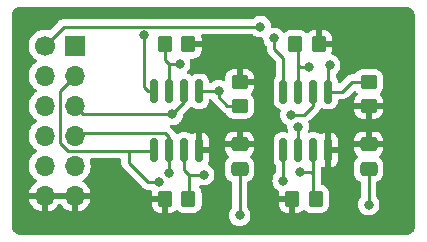
<source format=gtl>
G04 #@! TF.GenerationSoftware,KiCad,Pcbnew,(6.0.1)*
G04 #@! TF.CreationDate,2024-05-17T17:22:04+02:00*
G04 #@! TF.ProjectId,pmod_memory_module,706d6f64-5f6d-4656-9d6f-72795f6d6f64,rev?*
G04 #@! TF.SameCoordinates,Original*
G04 #@! TF.FileFunction,Copper,L1,Top*
G04 #@! TF.FilePolarity,Positive*
%FSLAX46Y46*%
G04 Gerber Fmt 4.6, Leading zero omitted, Abs format (unit mm)*
G04 Created by KiCad (PCBNEW (6.0.1)) date 2024-05-17 17:22:04*
%MOMM*%
%LPD*%
G01*
G04 APERTURE LIST*
G04 Aperture macros list*
%AMRoundRect*
0 Rectangle with rounded corners*
0 $1 Rounding radius*
0 $2 $3 $4 $5 $6 $7 $8 $9 X,Y pos of 4 corners*
0 Add a 4 corners polygon primitive as box body*
4,1,4,$2,$3,$4,$5,$6,$7,$8,$9,$2,$3,0*
0 Add four circle primitives for the rounded corners*
1,1,$1+$1,$2,$3*
1,1,$1+$1,$4,$5*
1,1,$1+$1,$6,$7*
1,1,$1+$1,$8,$9*
0 Add four rect primitives between the rounded corners*
20,1,$1+$1,$2,$3,$4,$5,0*
20,1,$1+$1,$4,$5,$6,$7,0*
20,1,$1+$1,$6,$7,$8,$9,0*
20,1,$1+$1,$8,$9,$2,$3,0*%
G04 Aperture macros list end*
G04 #@! TA.AperFunction,SMDPad,CuDef*
%ADD10RoundRect,0.250000X0.450000X-0.350000X0.450000X0.350000X-0.450000X0.350000X-0.450000X-0.350000X0*%
G04 #@! TD*
G04 #@! TA.AperFunction,SMDPad,CuDef*
%ADD11RoundRect,0.250000X0.350000X0.450000X-0.350000X0.450000X-0.350000X-0.450000X0.350000X-0.450000X0*%
G04 #@! TD*
G04 #@! TA.AperFunction,SMDPad,CuDef*
%ADD12RoundRect,0.150000X-0.150000X0.825000X-0.150000X-0.825000X0.150000X-0.825000X0.150000X0.825000X0*%
G04 #@! TD*
G04 #@! TA.AperFunction,SMDPad,CuDef*
%ADD13RoundRect,0.250000X-0.450000X0.350000X-0.450000X-0.350000X0.450000X-0.350000X0.450000X0.350000X0*%
G04 #@! TD*
G04 #@! TA.AperFunction,SMDPad,CuDef*
%ADD14RoundRect,0.250000X-0.350000X-0.450000X0.350000X-0.450000X0.350000X0.450000X-0.350000X0.450000X0*%
G04 #@! TD*
G04 #@! TA.AperFunction,SMDPad,CuDef*
%ADD15RoundRect,0.250000X-0.475000X0.337500X-0.475000X-0.337500X0.475000X-0.337500X0.475000X0.337500X0*%
G04 #@! TD*
G04 #@! TA.AperFunction,ComponentPad*
%ADD16R,1.700000X1.700000*%
G04 #@! TD*
G04 #@! TA.AperFunction,ComponentPad*
%ADD17O,1.700000X1.700000*%
G04 #@! TD*
G04 #@! TA.AperFunction,ComponentPad*
%ADD18C,1.700000*%
G04 #@! TD*
G04 #@! TA.AperFunction,ViaPad*
%ADD19C,0.800000*%
G04 #@! TD*
G04 #@! TA.AperFunction,Conductor*
%ADD20C,0.250000*%
G04 #@! TD*
G04 APERTURE END LIST*
D10*
X48514000Y-26654000D03*
X48514000Y-24654000D03*
D11*
X44307000Y-21463000D03*
X42307000Y-21463000D03*
D12*
X34163000Y-25449000D03*
X32893000Y-25449000D03*
X31623000Y-25449000D03*
X30353000Y-25449000D03*
X30353000Y-30399000D03*
X31623000Y-30399000D03*
X32893000Y-30399000D03*
X34163000Y-30399000D03*
D13*
X37592000Y-24654000D03*
X37592000Y-26654000D03*
D12*
X45085000Y-25465000D03*
X43815000Y-25465000D03*
X42545000Y-25465000D03*
X41275000Y-25465000D03*
X41275000Y-30415000D03*
X42545000Y-30415000D03*
X43815000Y-30415000D03*
X45085000Y-30415000D03*
D14*
X31258000Y-34544000D03*
X33258000Y-34544000D03*
X42037000Y-34544000D03*
X44037000Y-34544000D03*
D11*
X33258000Y-21463000D03*
X31258000Y-21463000D03*
D15*
X37592000Y-29950500D03*
X37592000Y-32025500D03*
X48514000Y-29950500D03*
X48514000Y-32025500D03*
D16*
X23618000Y-21590000D03*
D17*
X23618000Y-24130000D03*
X23618000Y-26670000D03*
X23618000Y-29210000D03*
X23618000Y-31750000D03*
X23618000Y-34290000D03*
D18*
X21078000Y-21590000D03*
D17*
X21078000Y-24130000D03*
X21078000Y-26670000D03*
X21078000Y-29210000D03*
X21078000Y-31750000D03*
X21078000Y-34290000D03*
D19*
X29464000Y-34290000D03*
X40513000Y-20955000D03*
X45212000Y-23241000D03*
X39624000Y-34036000D03*
X29464000Y-35814000D03*
X43434000Y-23368000D03*
X41910000Y-27432000D03*
X39332511Y-19976489D03*
X48514000Y-35052000D03*
X37592000Y-35941000D03*
X32512000Y-23114000D03*
X31877000Y-27400980D03*
X40005000Y-30734000D03*
X42667701Y-32295500D03*
X41275000Y-33020000D03*
X42545000Y-28448000D03*
X30734000Y-33147000D03*
X34544000Y-32512000D03*
X31623000Y-32385000D03*
X29464000Y-20701000D03*
X35814000Y-25400000D03*
D20*
X47101000Y-24654000D02*
X48514000Y-24654000D01*
X46290000Y-25465000D02*
X47101000Y-24654000D01*
X45085000Y-25465000D02*
X46290000Y-25465000D01*
X31623000Y-29337000D02*
X31623000Y-30399000D01*
X31242000Y-28956000D02*
X31623000Y-29337000D01*
X23872000Y-28956000D02*
X31242000Y-28956000D01*
X23618000Y-29210000D02*
X23872000Y-28956000D01*
X33274000Y-34528000D02*
X33258000Y-34544000D01*
X33274000Y-32512000D02*
X33274000Y-34528000D01*
X33274000Y-32512000D02*
X34544000Y-32512000D01*
X32893000Y-30399000D02*
X32893000Y-32131000D01*
X32893000Y-32131000D02*
X33274000Y-32512000D01*
X28194000Y-31496000D02*
X28194000Y-30480000D01*
X30734000Y-33147000D02*
X29845000Y-33147000D01*
X29845000Y-33147000D02*
X28194000Y-31496000D01*
X31258000Y-22765000D02*
X31623000Y-23130000D01*
X31258000Y-21463000D02*
X31258000Y-22765000D01*
X31623000Y-25449000D02*
X31623000Y-23146000D01*
X31623000Y-23146000D02*
X31639000Y-23130000D01*
X31639000Y-23130000D02*
X32496000Y-23130000D01*
X29830500Y-25449000D02*
X30353000Y-25449000D01*
X29464000Y-25082500D02*
X29830500Y-25449000D01*
X29464000Y-20701000D02*
X29464000Y-25082500D01*
X36560000Y-26654000D02*
X37592000Y-26654000D01*
X35814000Y-25908000D02*
X36560000Y-26654000D01*
X35814000Y-25400000D02*
X35814000Y-25908000D01*
X35814000Y-25400000D02*
X35765000Y-25449000D01*
X35765000Y-25449000D02*
X34163000Y-25449000D01*
X37592000Y-32025500D02*
X37592000Y-35941000D01*
X41275000Y-22606000D02*
X41275000Y-25465000D01*
X40513000Y-20955000D02*
X40513000Y-21844000D01*
X40513000Y-21844000D02*
X41275000Y-22606000D01*
X45085000Y-23368000D02*
X45212000Y-23241000D01*
X45085000Y-25465000D02*
X45085000Y-23368000D01*
X42672000Y-23368000D02*
X42545000Y-23241000D01*
X43434000Y-23368000D02*
X42672000Y-23368000D01*
X42545000Y-22733000D02*
X42545000Y-21701000D01*
X42545000Y-25465000D02*
X42545000Y-22733000D01*
X43815000Y-26670000D02*
X43053000Y-27432000D01*
X43815000Y-25465000D02*
X43815000Y-26670000D01*
X43053000Y-27432000D02*
X41910000Y-27432000D01*
X22691511Y-19976489D02*
X39332511Y-19976489D01*
X42545000Y-21701000D02*
X42307000Y-21463000D01*
X48514000Y-32025500D02*
X48514000Y-35052000D01*
X21078000Y-21590000D02*
X22691511Y-19976489D01*
X32496000Y-23130000D02*
X32512000Y-23114000D01*
X32893000Y-26384980D02*
X32893000Y-25449000D01*
X31877000Y-27400980D02*
X32893000Y-26384980D01*
X24348980Y-27400980D02*
X31877000Y-27400980D01*
X23618000Y-26670000D02*
X24348980Y-27400980D01*
X43598500Y-32295500D02*
X42667701Y-32295500D01*
X43815000Y-32512000D02*
X43598500Y-32295500D01*
X43815000Y-32512000D02*
X43815000Y-30415000D01*
X43815000Y-34322000D02*
X43815000Y-32512000D01*
X41275000Y-30415000D02*
X41275000Y-33020000D01*
X44037000Y-34544000D02*
X43815000Y-34322000D01*
X42545000Y-30415000D02*
X42545000Y-28448000D01*
X28194000Y-30480000D02*
X23043495Y-30480000D01*
X28702000Y-30480000D02*
X28194000Y-30480000D01*
X22352000Y-29788505D02*
X22352000Y-25396000D01*
X23043495Y-30480000D02*
X22352000Y-29788505D01*
X28702000Y-30480000D02*
X30272000Y-30480000D01*
X30272000Y-30480000D02*
X30353000Y-30399000D01*
X22352000Y-25396000D02*
X23618000Y-24130000D01*
X31623000Y-30399000D02*
X31623000Y-32385000D01*
G04 #@! TA.AperFunction,Conductor*
G36*
X51635159Y-18288001D02*
G01*
X51656311Y-18289789D01*
X51675437Y-18293046D01*
X51686717Y-18291734D01*
X51715180Y-18291660D01*
X51818987Y-18303189D01*
X51842722Y-18308174D01*
X51962839Y-18345779D01*
X51985181Y-18355220D01*
X52095868Y-18415144D01*
X52115981Y-18428686D01*
X52206585Y-18503312D01*
X52213140Y-18508711D01*
X52230288Y-18525859D01*
X52310315Y-18623020D01*
X52323857Y-18643133D01*
X52383781Y-18753820D01*
X52393222Y-18776162D01*
X52430827Y-18896279D01*
X52435812Y-18920015D01*
X52446590Y-19017052D01*
X52446351Y-19033158D01*
X52447014Y-19033157D01*
X52447032Y-19042136D01*
X52445777Y-19051026D01*
X52447068Y-19059913D01*
X52449691Y-19077972D01*
X52451000Y-19096084D01*
X52451000Y-36780673D01*
X52449500Y-36800058D01*
X52448770Y-36804749D01*
X52445814Y-36823731D01*
X52447252Y-36834729D01*
X52447709Y-36863413D01*
X52437575Y-36966306D01*
X52432756Y-36990532D01*
X52396596Y-37109734D01*
X52387144Y-37132554D01*
X52328430Y-37242401D01*
X52314707Y-37262939D01*
X52235688Y-37359224D01*
X52218223Y-37376689D01*
X52121938Y-37455708D01*
X52101400Y-37469431D01*
X51991553Y-37528145D01*
X51968733Y-37537597D01*
X51849531Y-37573757D01*
X51825307Y-37578576D01*
X51729163Y-37588045D01*
X51713124Y-37587593D01*
X51713115Y-37588306D01*
X51704142Y-37588196D01*
X51695270Y-37586815D01*
X51686368Y-37587979D01*
X51686365Y-37587979D01*
X51663749Y-37590937D01*
X51647411Y-37592001D01*
X36778492Y-37592001D01*
X19099328Y-37592000D01*
X19079943Y-37590500D01*
X19065142Y-37588195D01*
X19065139Y-37588195D01*
X19056270Y-37586814D01*
X19045272Y-37588252D01*
X19016589Y-37588709D01*
X18913693Y-37578575D01*
X18889469Y-37573756D01*
X18770267Y-37537596D01*
X18747447Y-37528144D01*
X18637600Y-37469430D01*
X18617062Y-37455707D01*
X18520777Y-37376688D01*
X18503312Y-37359223D01*
X18424293Y-37262938D01*
X18410570Y-37242400D01*
X18351856Y-37132553D01*
X18342404Y-37109733D01*
X18306244Y-36990531D01*
X18301425Y-36966305D01*
X18291956Y-36870166D01*
X18292408Y-36854124D01*
X18291695Y-36854115D01*
X18291805Y-36845142D01*
X18293186Y-36836270D01*
X18291547Y-36823731D01*
X18289064Y-36804749D01*
X18288000Y-36788411D01*
X18288000Y-34557966D01*
X19746257Y-34557966D01*
X19776565Y-34692446D01*
X19779645Y-34702275D01*
X19859770Y-34899603D01*
X19864413Y-34908794D01*
X19975694Y-35090388D01*
X19981777Y-35098699D01*
X20121213Y-35259667D01*
X20128580Y-35266883D01*
X20292434Y-35402916D01*
X20300881Y-35408831D01*
X20484756Y-35516279D01*
X20494042Y-35520729D01*
X20693001Y-35596703D01*
X20702899Y-35599579D01*
X20806250Y-35620606D01*
X20820299Y-35619410D01*
X20824000Y-35609065D01*
X20824000Y-35608517D01*
X21332000Y-35608517D01*
X21336064Y-35622359D01*
X21349478Y-35624393D01*
X21356184Y-35623534D01*
X21366262Y-35621392D01*
X21570255Y-35560191D01*
X21579842Y-35556433D01*
X21771095Y-35462739D01*
X21779945Y-35457464D01*
X21953328Y-35333792D01*
X21961200Y-35327139D01*
X22112052Y-35176812D01*
X22118730Y-35168965D01*
X22246022Y-34991819D01*
X22247147Y-34992627D01*
X22294669Y-34948876D01*
X22364607Y-34936661D01*
X22430046Y-34964197D01*
X22457870Y-34996028D01*
X22515690Y-35090383D01*
X22521777Y-35098699D01*
X22661213Y-35259667D01*
X22668580Y-35266883D01*
X22832434Y-35402916D01*
X22840881Y-35408831D01*
X23024756Y-35516279D01*
X23034042Y-35520729D01*
X23233001Y-35596703D01*
X23242899Y-35599579D01*
X23346250Y-35620606D01*
X23360299Y-35619410D01*
X23364000Y-35609065D01*
X23364000Y-35608517D01*
X23872000Y-35608517D01*
X23876064Y-35622359D01*
X23889478Y-35624393D01*
X23896184Y-35623534D01*
X23906262Y-35621392D01*
X24110255Y-35560191D01*
X24119842Y-35556433D01*
X24311095Y-35462739D01*
X24319945Y-35457464D01*
X24493328Y-35333792D01*
X24501200Y-35327139D01*
X24652052Y-35176812D01*
X24658730Y-35168965D01*
X24750613Y-35041095D01*
X30150001Y-35041095D01*
X30150338Y-35047614D01*
X30160257Y-35143206D01*
X30163149Y-35156600D01*
X30214588Y-35310784D01*
X30220761Y-35323962D01*
X30306063Y-35461807D01*
X30315099Y-35473208D01*
X30429829Y-35587739D01*
X30441240Y-35596751D01*
X30579243Y-35681816D01*
X30592424Y-35687963D01*
X30746710Y-35739138D01*
X30760086Y-35742005D01*
X30854438Y-35751672D01*
X30860854Y-35752000D01*
X30985885Y-35752000D01*
X31001124Y-35747525D01*
X31002329Y-35746135D01*
X31004000Y-35738452D01*
X31004000Y-34816115D01*
X30999525Y-34800876D01*
X30998135Y-34799671D01*
X30990452Y-34798000D01*
X30168116Y-34798000D01*
X30152877Y-34802475D01*
X30151672Y-34803865D01*
X30150001Y-34811548D01*
X30150001Y-35041095D01*
X24750613Y-35041095D01*
X24783003Y-34996020D01*
X24788313Y-34987183D01*
X24882670Y-34796267D01*
X24886469Y-34786672D01*
X24948377Y-34582910D01*
X24950555Y-34572837D01*
X24951986Y-34561962D01*
X24949775Y-34547778D01*
X24936617Y-34544000D01*
X23890115Y-34544000D01*
X23874876Y-34548475D01*
X23873671Y-34549865D01*
X23872000Y-34557548D01*
X23872000Y-35608517D01*
X23364000Y-35608517D01*
X23364000Y-34562115D01*
X23359525Y-34546876D01*
X23358135Y-34545671D01*
X23350452Y-34544000D01*
X21350115Y-34544000D01*
X21334876Y-34548475D01*
X21333671Y-34549865D01*
X21332000Y-34557548D01*
X21332000Y-35608517D01*
X20824000Y-35608517D01*
X20824000Y-34562115D01*
X20819525Y-34546876D01*
X20818135Y-34545671D01*
X20810452Y-34544000D01*
X19761225Y-34544000D01*
X19747694Y-34547973D01*
X19746257Y-34557966D01*
X18288000Y-34557966D01*
X18288000Y-31716695D01*
X19715251Y-31716695D01*
X19715548Y-31721848D01*
X19715548Y-31721851D01*
X19726540Y-31912483D01*
X19728110Y-31939715D01*
X19729247Y-31944761D01*
X19729248Y-31944767D01*
X19736546Y-31977148D01*
X19777222Y-32157639D01*
X19815461Y-32251811D01*
X19857720Y-32355882D01*
X19861266Y-32364616D01*
X19901595Y-32430427D01*
X19975291Y-32550688D01*
X19977987Y-32555088D01*
X20124250Y-32723938D01*
X20296126Y-32866632D01*
X20314333Y-32877271D01*
X20369955Y-32909774D01*
X20418679Y-32961412D01*
X20431750Y-33031195D01*
X20405019Y-33096967D01*
X20364562Y-33130327D01*
X20356457Y-33134546D01*
X20347738Y-33140036D01*
X20177433Y-33267905D01*
X20169726Y-33274748D01*
X20022590Y-33428717D01*
X20016104Y-33436727D01*
X19896098Y-33612649D01*
X19891000Y-33621623D01*
X19801338Y-33814783D01*
X19797775Y-33824470D01*
X19742389Y-34024183D01*
X19743912Y-34032607D01*
X19756292Y-34036000D01*
X24936344Y-34036000D01*
X24949875Y-34032027D01*
X24951180Y-34022947D01*
X24909214Y-33855875D01*
X24905894Y-33846124D01*
X24820972Y-33650814D01*
X24816105Y-33641739D01*
X24700426Y-33462926D01*
X24694136Y-33454757D01*
X24550806Y-33297240D01*
X24543273Y-33290215D01*
X24376139Y-33158222D01*
X24367556Y-33152520D01*
X24330602Y-33132120D01*
X24280631Y-33081687D01*
X24265859Y-33012245D01*
X24290975Y-32945839D01*
X24318327Y-32919232D01*
X24377154Y-32877271D01*
X24497860Y-32791173D01*
X24656096Y-32633489D01*
X24715594Y-32550689D01*
X24783435Y-32456277D01*
X24786453Y-32452077D01*
X24803500Y-32417586D01*
X24883136Y-32256453D01*
X24883137Y-32256451D01*
X24885430Y-32251811D01*
X24950370Y-32038069D01*
X24979529Y-31816590D01*
X24980306Y-31784787D01*
X24981074Y-31753365D01*
X24981074Y-31753361D01*
X24981156Y-31750000D01*
X24962852Y-31527361D01*
X24908431Y-31310702D01*
X24899318Y-31289743D01*
X24890497Y-31219297D01*
X24921163Y-31155265D01*
X24981579Y-31117977D01*
X25014867Y-31113500D01*
X27434500Y-31113500D01*
X27502621Y-31133502D01*
X27549114Y-31187158D01*
X27560500Y-31239500D01*
X27560500Y-31417233D01*
X27559973Y-31428416D01*
X27558298Y-31435909D01*
X27558547Y-31443835D01*
X27558547Y-31443836D01*
X27560438Y-31503986D01*
X27560500Y-31507945D01*
X27560500Y-31535856D01*
X27560997Y-31539790D01*
X27560997Y-31539791D01*
X27561005Y-31539856D01*
X27561938Y-31551693D01*
X27563327Y-31595889D01*
X27568978Y-31615339D01*
X27572987Y-31634700D01*
X27574517Y-31646807D01*
X27575526Y-31654797D01*
X27578445Y-31662168D01*
X27578445Y-31662170D01*
X27591804Y-31695912D01*
X27595649Y-31707142D01*
X27605771Y-31741983D01*
X27607982Y-31749593D01*
X27612015Y-31756412D01*
X27612017Y-31756417D01*
X27618293Y-31767028D01*
X27626988Y-31784776D01*
X27634448Y-31803617D01*
X27639110Y-31810033D01*
X27639110Y-31810034D01*
X27660436Y-31839387D01*
X27666952Y-31849307D01*
X27685144Y-31880067D01*
X27689458Y-31887362D01*
X27703779Y-31901683D01*
X27716619Y-31916716D01*
X27728528Y-31933107D01*
X27762605Y-31961298D01*
X27771384Y-31969288D01*
X29341343Y-33539247D01*
X29348887Y-33547537D01*
X29353000Y-33554018D01*
X29358777Y-33559443D01*
X29402667Y-33600658D01*
X29405509Y-33603413D01*
X29425231Y-33623135D01*
X29428355Y-33625558D01*
X29428359Y-33625562D01*
X29428424Y-33625612D01*
X29437445Y-33633317D01*
X29469679Y-33663586D01*
X29476627Y-33667405D01*
X29476629Y-33667407D01*
X29487432Y-33673346D01*
X29503959Y-33684202D01*
X29513698Y-33691757D01*
X29513700Y-33691758D01*
X29519960Y-33696614D01*
X29560540Y-33714174D01*
X29571188Y-33719391D01*
X29609940Y-33740695D01*
X29617616Y-33742666D01*
X29617619Y-33742667D01*
X29629562Y-33745733D01*
X29648267Y-33752137D01*
X29666855Y-33760181D01*
X29674678Y-33761420D01*
X29674688Y-33761423D01*
X29710524Y-33767099D01*
X29722144Y-33769505D01*
X29757289Y-33778528D01*
X29764970Y-33780500D01*
X29785224Y-33780500D01*
X29804934Y-33782051D01*
X29824943Y-33785220D01*
X29832835Y-33784474D01*
X29868961Y-33781059D01*
X29880819Y-33780500D01*
X30025800Y-33780500D01*
X30093921Y-33800502D01*
X30113150Y-33816846D01*
X30113423Y-33816543D01*
X30118335Y-33820966D01*
X30122747Y-33825866D01*
X30122832Y-33825927D01*
X30158808Y-33884324D01*
X30160327Y-33939203D01*
X30160696Y-33939241D01*
X30160407Y-33942065D01*
X30160458Y-33943921D01*
X30159995Y-33946079D01*
X30150328Y-34040438D01*
X30150000Y-34046855D01*
X30150000Y-34271885D01*
X30154475Y-34287124D01*
X30155865Y-34288329D01*
X30163548Y-34290000D01*
X31386000Y-34290000D01*
X31454121Y-34310002D01*
X31500614Y-34363658D01*
X31512000Y-34416000D01*
X31512000Y-35733884D01*
X31516475Y-35749123D01*
X31517865Y-35750328D01*
X31525548Y-35751999D01*
X31655095Y-35751999D01*
X31661614Y-35751662D01*
X31757206Y-35741743D01*
X31770600Y-35738851D01*
X31924784Y-35687412D01*
X31937962Y-35681239D01*
X32075807Y-35595937D01*
X32087208Y-35586901D01*
X32168430Y-35505538D01*
X32230713Y-35471459D01*
X32301533Y-35476462D01*
X32346620Y-35505383D01*
X32429512Y-35588130D01*
X32429517Y-35588134D01*
X32434697Y-35593305D01*
X32440927Y-35597145D01*
X32440928Y-35597146D01*
X32578288Y-35681816D01*
X32585262Y-35686115D01*
X32665005Y-35712564D01*
X32746611Y-35739632D01*
X32746613Y-35739632D01*
X32753139Y-35741797D01*
X32759975Y-35742497D01*
X32759978Y-35742498D01*
X32803031Y-35746909D01*
X32857600Y-35752500D01*
X33658400Y-35752500D01*
X33661646Y-35752163D01*
X33661650Y-35752163D01*
X33757308Y-35742238D01*
X33757312Y-35742237D01*
X33764166Y-35741526D01*
X33770702Y-35739345D01*
X33770704Y-35739345D01*
X33902806Y-35695272D01*
X33931946Y-35685550D01*
X34082348Y-35592478D01*
X34207305Y-35467303D01*
X34213370Y-35457464D01*
X34296275Y-35322968D01*
X34296276Y-35322966D01*
X34300115Y-35316738D01*
X34355797Y-35148861D01*
X34366500Y-35044400D01*
X34366500Y-34043600D01*
X34366163Y-34040350D01*
X34356238Y-33944692D01*
X34356237Y-33944688D01*
X34355526Y-33937834D01*
X34299550Y-33770054D01*
X34206478Y-33619652D01*
X34189055Y-33602259D01*
X34154977Y-33539976D01*
X34159980Y-33469156D01*
X34202478Y-33412284D01*
X34268977Y-33387416D01*
X34304269Y-33389840D01*
X34350097Y-33399581D01*
X34442056Y-33419128D01*
X34442061Y-33419128D01*
X34448513Y-33420500D01*
X34639487Y-33420500D01*
X34645939Y-33419128D01*
X34645944Y-33419128D01*
X34732888Y-33400647D01*
X34826288Y-33380794D01*
X34832319Y-33378109D01*
X34994722Y-33305803D01*
X34994724Y-33305802D01*
X35000752Y-33303118D01*
X35008843Y-33297240D01*
X35113920Y-33220896D01*
X35155253Y-33190866D01*
X35200931Y-33140135D01*
X35278621Y-33053852D01*
X35278622Y-33053851D01*
X35283040Y-33048944D01*
X35378527Y-32883556D01*
X35437542Y-32701928D01*
X35444900Y-32631926D01*
X35456814Y-32518565D01*
X35457504Y-32512000D01*
X35449748Y-32438205D01*
X35447141Y-32413400D01*
X36358500Y-32413400D01*
X36358837Y-32416646D01*
X36358837Y-32416650D01*
X36367902Y-32504014D01*
X36369474Y-32519166D01*
X36371655Y-32525702D01*
X36371655Y-32525704D01*
X36387131Y-32572091D01*
X36425450Y-32686946D01*
X36518522Y-32837348D01*
X36643697Y-32962305D01*
X36649927Y-32966145D01*
X36649928Y-32966146D01*
X36787090Y-33050694D01*
X36794262Y-33055115D01*
X36829314Y-33066741D01*
X36872167Y-33080955D01*
X36930527Y-33121386D01*
X36957764Y-33186950D01*
X36958500Y-33200548D01*
X36958500Y-35238476D01*
X36938498Y-35306597D01*
X36926142Y-35322779D01*
X36852960Y-35404056D01*
X36757473Y-35569444D01*
X36698458Y-35751072D01*
X36697768Y-35757633D01*
X36697768Y-35757635D01*
X36679186Y-35934435D01*
X36678496Y-35941000D01*
X36679186Y-35947565D01*
X36680546Y-35960500D01*
X36698458Y-36130928D01*
X36757473Y-36312556D01*
X36852960Y-36477944D01*
X36980747Y-36619866D01*
X37135248Y-36732118D01*
X37141276Y-36734802D01*
X37141278Y-36734803D01*
X37303681Y-36807109D01*
X37309712Y-36809794D01*
X37392377Y-36827365D01*
X37490056Y-36848128D01*
X37490061Y-36848128D01*
X37496513Y-36849500D01*
X37687487Y-36849500D01*
X37693939Y-36848128D01*
X37693944Y-36848128D01*
X37791623Y-36827365D01*
X37874288Y-36809794D01*
X37880319Y-36807109D01*
X38042722Y-36734803D01*
X38042724Y-36734802D01*
X38048752Y-36732118D01*
X38203253Y-36619866D01*
X38331040Y-36477944D01*
X38426527Y-36312556D01*
X38485542Y-36130928D01*
X38503455Y-35960500D01*
X38504814Y-35947565D01*
X38505504Y-35941000D01*
X38504814Y-35934435D01*
X38486232Y-35757635D01*
X38486232Y-35757633D01*
X38485542Y-35751072D01*
X38426527Y-35569444D01*
X38331040Y-35404056D01*
X38257863Y-35322785D01*
X38227147Y-35258779D01*
X38225500Y-35238476D01*
X38225500Y-35041095D01*
X40929001Y-35041095D01*
X40929338Y-35047614D01*
X40939257Y-35143206D01*
X40942149Y-35156600D01*
X40993588Y-35310784D01*
X40999761Y-35323962D01*
X41085063Y-35461807D01*
X41094099Y-35473208D01*
X41208829Y-35587739D01*
X41220240Y-35596751D01*
X41358243Y-35681816D01*
X41371424Y-35687963D01*
X41525710Y-35739138D01*
X41539086Y-35742005D01*
X41633438Y-35751672D01*
X41639854Y-35752000D01*
X41764885Y-35752000D01*
X41780124Y-35747525D01*
X41781329Y-35746135D01*
X41783000Y-35738452D01*
X41783000Y-34816115D01*
X41778525Y-34800876D01*
X41777135Y-34799671D01*
X41769452Y-34798000D01*
X40947116Y-34798000D01*
X40931877Y-34802475D01*
X40930672Y-34803865D01*
X40929001Y-34811548D01*
X40929001Y-35041095D01*
X38225500Y-35041095D01*
X38225500Y-33200538D01*
X38245502Y-33132417D01*
X38299158Y-33085924D01*
X38311624Y-33081014D01*
X38377743Y-33058955D01*
X38390946Y-33054550D01*
X38541348Y-32961478D01*
X38666305Y-32836303D01*
X38735568Y-32723938D01*
X38755275Y-32691968D01*
X38755276Y-32691966D01*
X38759115Y-32685738D01*
X38801155Y-32558990D01*
X38812632Y-32524389D01*
X38812632Y-32524387D01*
X38814797Y-32517861D01*
X38816622Y-32500055D01*
X38823755Y-32430427D01*
X38825500Y-32413400D01*
X38825500Y-31637600D01*
X38824087Y-31623980D01*
X38815238Y-31538692D01*
X38815237Y-31538688D01*
X38814526Y-31531834D01*
X38811455Y-31522627D01*
X38760868Y-31371002D01*
X38758550Y-31364054D01*
X38665478Y-31213652D01*
X38540303Y-31088695D01*
X38535765Y-31085898D01*
X38495176Y-31028647D01*
X38491946Y-30957724D01*
X38527572Y-30896313D01*
X38536068Y-30888938D01*
X38546207Y-30880902D01*
X38660739Y-30766171D01*
X38669751Y-30754760D01*
X38754816Y-30616757D01*
X38760963Y-30603576D01*
X38812138Y-30449290D01*
X38815005Y-30435914D01*
X38824672Y-30341562D01*
X38825000Y-30335146D01*
X38825000Y-30222615D01*
X38820525Y-30207376D01*
X38819135Y-30206171D01*
X38811452Y-30204500D01*
X36377116Y-30204500D01*
X36361877Y-30208975D01*
X36360672Y-30210365D01*
X36359001Y-30218048D01*
X36359001Y-30335095D01*
X36359338Y-30341614D01*
X36369257Y-30437206D01*
X36372149Y-30450600D01*
X36423588Y-30604784D01*
X36429761Y-30617962D01*
X36515063Y-30755807D01*
X36524099Y-30767208D01*
X36638828Y-30881738D01*
X36647762Y-30888794D01*
X36688823Y-30946712D01*
X36692053Y-31017635D01*
X36656426Y-31079046D01*
X36648593Y-31085846D01*
X36642652Y-31089522D01*
X36517695Y-31214697D01*
X36513855Y-31220927D01*
X36513854Y-31220928D01*
X36442047Y-31337421D01*
X36424885Y-31365262D01*
X36422581Y-31372209D01*
X36372690Y-31522627D01*
X36369203Y-31533139D01*
X36358500Y-31637600D01*
X36358500Y-32413400D01*
X35447141Y-32413400D01*
X35438232Y-32328635D01*
X35438232Y-32328633D01*
X35437542Y-32322072D01*
X35378527Y-32140444D01*
X35283040Y-31975056D01*
X35277847Y-31969288D01*
X35159675Y-31838045D01*
X35159674Y-31838044D01*
X35155253Y-31833134D01*
X35000752Y-31720882D01*
X34994724Y-31718198D01*
X34994722Y-31718197D01*
X34958055Y-31701872D01*
X34903959Y-31655892D01*
X34883310Y-31587964D01*
X34900850Y-31522627D01*
X34917646Y-31494226D01*
X34923893Y-31479790D01*
X34966269Y-31333935D01*
X34968570Y-31321333D01*
X34970807Y-31292916D01*
X34971000Y-31287986D01*
X34971000Y-30671115D01*
X34966525Y-30655876D01*
X34965135Y-30654671D01*
X34957452Y-30653000D01*
X34035000Y-30653000D01*
X33966879Y-30632998D01*
X33920386Y-30579342D01*
X33909000Y-30527000D01*
X33909000Y-30126885D01*
X34417000Y-30126885D01*
X34421475Y-30142124D01*
X34422865Y-30143329D01*
X34430548Y-30145000D01*
X34952884Y-30145000D01*
X34968123Y-30140525D01*
X34969328Y-30139135D01*
X34970999Y-30131452D01*
X34970999Y-29678385D01*
X36359000Y-29678385D01*
X36363475Y-29693624D01*
X36364865Y-29694829D01*
X36372548Y-29696500D01*
X37319885Y-29696500D01*
X37335124Y-29692025D01*
X37336329Y-29690635D01*
X37338000Y-29682952D01*
X37338000Y-29678385D01*
X37846000Y-29678385D01*
X37850475Y-29693624D01*
X37851865Y-29694829D01*
X37859548Y-29696500D01*
X38806884Y-29696500D01*
X38822123Y-29692025D01*
X38823328Y-29690635D01*
X38824999Y-29682952D01*
X38824999Y-29565905D01*
X38824662Y-29559386D01*
X38814743Y-29463794D01*
X38811851Y-29450400D01*
X38760412Y-29296216D01*
X38754239Y-29283038D01*
X38668937Y-29145193D01*
X38659901Y-29133792D01*
X38545171Y-29019261D01*
X38533760Y-29010249D01*
X38395757Y-28925184D01*
X38382576Y-28919037D01*
X38228290Y-28867862D01*
X38214914Y-28864995D01*
X38120562Y-28855328D01*
X38114145Y-28855000D01*
X37864115Y-28855000D01*
X37848876Y-28859475D01*
X37847671Y-28860865D01*
X37846000Y-28868548D01*
X37846000Y-29678385D01*
X37338000Y-29678385D01*
X37338000Y-28873116D01*
X37333525Y-28857877D01*
X37332135Y-28856672D01*
X37324452Y-28855001D01*
X37069905Y-28855001D01*
X37063386Y-28855338D01*
X36967794Y-28865257D01*
X36954400Y-28868149D01*
X36800216Y-28919588D01*
X36787038Y-28925761D01*
X36649193Y-29011063D01*
X36637792Y-29020099D01*
X36523261Y-29134829D01*
X36514249Y-29146240D01*
X36429184Y-29284243D01*
X36423037Y-29297424D01*
X36371862Y-29451710D01*
X36368995Y-29465086D01*
X36359328Y-29559438D01*
X36359000Y-29565855D01*
X36359000Y-29678385D01*
X34970999Y-29678385D01*
X34970999Y-29510017D01*
X34970805Y-29505080D01*
X34968570Y-29476664D01*
X34966270Y-29464069D01*
X34923893Y-29318210D01*
X34917648Y-29303779D01*
X34841089Y-29174322D01*
X34831449Y-29161896D01*
X34725104Y-29055551D01*
X34712678Y-29045911D01*
X34583221Y-28969352D01*
X34568790Y-28963107D01*
X34434395Y-28924061D01*
X34420294Y-28924101D01*
X34417000Y-28931370D01*
X34417000Y-30126885D01*
X33909000Y-30126885D01*
X33909000Y-28937122D01*
X33905027Y-28923591D01*
X33897129Y-28922456D01*
X33757210Y-28963107D01*
X33742779Y-28969352D01*
X33613324Y-29045910D01*
X33605636Y-29051874D01*
X33539551Y-29077821D01*
X33469928Y-29063920D01*
X33453842Y-29053582D01*
X33449807Y-29049547D01*
X33306601Y-28964855D01*
X33298990Y-28962644D01*
X33298988Y-28962643D01*
X33246417Y-28947370D01*
X33146831Y-28918438D01*
X33140426Y-28917934D01*
X33140421Y-28917933D01*
X33111958Y-28915693D01*
X33111950Y-28915693D01*
X33109502Y-28915500D01*
X32676498Y-28915500D01*
X32674050Y-28915693D01*
X32674042Y-28915693D01*
X32645579Y-28917933D01*
X32645574Y-28917934D01*
X32639169Y-28918438D01*
X32539583Y-28947370D01*
X32487012Y-28962643D01*
X32487010Y-28962644D01*
X32479399Y-28964855D01*
X32337658Y-29048681D01*
X32268844Y-29066140D01*
X32201513Y-29043624D01*
X32171587Y-29014290D01*
X32156573Y-28993626D01*
X32150053Y-28983701D01*
X32131578Y-28952460D01*
X32131574Y-28952455D01*
X32127542Y-28945637D01*
X32113218Y-28931313D01*
X32100376Y-28916278D01*
X32099811Y-28915500D01*
X32088472Y-28899893D01*
X32054406Y-28871711D01*
X32045627Y-28863722D01*
X31745652Y-28563747D01*
X31738112Y-28555461D01*
X31734000Y-28548982D01*
X31710943Y-28527330D01*
X31674978Y-28466117D01*
X31677816Y-28395177D01*
X31718556Y-28337033D01*
X31784264Y-28310145D01*
X31797196Y-28309480D01*
X31972487Y-28309480D01*
X31978939Y-28308108D01*
X31978944Y-28308108D01*
X32065888Y-28289627D01*
X32159288Y-28269774D01*
X32165319Y-28267089D01*
X32327722Y-28194783D01*
X32327724Y-28194782D01*
X32333752Y-28192098D01*
X32340040Y-28187530D01*
X32445461Y-28110936D01*
X32488253Y-28079846D01*
X32549571Y-28011745D01*
X32611621Y-27942832D01*
X32611622Y-27942831D01*
X32616040Y-27937924D01*
X32711527Y-27772536D01*
X32770542Y-27590908D01*
X32787907Y-27425688D01*
X32814920Y-27360031D01*
X32824122Y-27349762D01*
X33037636Y-27136249D01*
X33263554Y-26910331D01*
X33301285Y-26884689D01*
X33306601Y-26883145D01*
X33449807Y-26798453D01*
X33452489Y-26795771D01*
X33516861Y-26770498D01*
X33586484Y-26784400D01*
X33602312Y-26794572D01*
X33606193Y-26798453D01*
X33749399Y-26883145D01*
X33757010Y-26885356D01*
X33757012Y-26885357D01*
X33771755Y-26889640D01*
X33909169Y-26929562D01*
X33915574Y-26930066D01*
X33915579Y-26930067D01*
X33944042Y-26932307D01*
X33944050Y-26932307D01*
X33946498Y-26932500D01*
X34379502Y-26932500D01*
X34381950Y-26932307D01*
X34381958Y-26932307D01*
X34410421Y-26930067D01*
X34410426Y-26930066D01*
X34416831Y-26929562D01*
X34554245Y-26889640D01*
X34568988Y-26885357D01*
X34568990Y-26885356D01*
X34576601Y-26883145D01*
X34624082Y-26855065D01*
X34712980Y-26802491D01*
X34712983Y-26802489D01*
X34719807Y-26798453D01*
X34837453Y-26680807D01*
X34841489Y-26673983D01*
X34841491Y-26673980D01*
X34918108Y-26544427D01*
X34922145Y-26537601D01*
X34968562Y-26377831D01*
X34970048Y-26358958D01*
X34971307Y-26342958D01*
X34971307Y-26342950D01*
X34971500Y-26340502D01*
X34971500Y-26208500D01*
X34991502Y-26140379D01*
X35045158Y-26093886D01*
X35097500Y-26082500D01*
X35112072Y-26082500D01*
X35180193Y-26102502D01*
X35226741Y-26157321D01*
X35227982Y-26161593D01*
X35232015Y-26168413D01*
X35232018Y-26168419D01*
X35238293Y-26179028D01*
X35246988Y-26196776D01*
X35254448Y-26215617D01*
X35259110Y-26222033D01*
X35259110Y-26222034D01*
X35280436Y-26251387D01*
X35286952Y-26261307D01*
X35309458Y-26299362D01*
X35323779Y-26313683D01*
X35336619Y-26328716D01*
X35348528Y-26345107D01*
X35354634Y-26350158D01*
X35382605Y-26373298D01*
X35391384Y-26381288D01*
X36056343Y-27046247D01*
X36063887Y-27054537D01*
X36068000Y-27061018D01*
X36073777Y-27066443D01*
X36117667Y-27107658D01*
X36120509Y-27110413D01*
X36140230Y-27130134D01*
X36143425Y-27132612D01*
X36152447Y-27140318D01*
X36184679Y-27170586D01*
X36191628Y-27174406D01*
X36202432Y-27180346D01*
X36218956Y-27191199D01*
X36234959Y-27203613D01*
X36275543Y-27221176D01*
X36286173Y-27226383D01*
X36324940Y-27247695D01*
X36332617Y-27249666D01*
X36332622Y-27249668D01*
X36344558Y-27252732D01*
X36363266Y-27259137D01*
X36376465Y-27264849D01*
X36381857Y-27267182D01*
X36381289Y-27268495D01*
X36433904Y-27302096D01*
X36450137Y-27327008D01*
X36450450Y-27327946D01*
X36543522Y-27478348D01*
X36668697Y-27603305D01*
X36674927Y-27607145D01*
X36674928Y-27607146D01*
X36812288Y-27691816D01*
X36819262Y-27696115D01*
X36899005Y-27722564D01*
X36980611Y-27749632D01*
X36980613Y-27749632D01*
X36987139Y-27751797D01*
X36993975Y-27752497D01*
X36993978Y-27752498D01*
X37037031Y-27756909D01*
X37091600Y-27762500D01*
X38092400Y-27762500D01*
X38095646Y-27762163D01*
X38095650Y-27762163D01*
X38191308Y-27752238D01*
X38191312Y-27752237D01*
X38198166Y-27751526D01*
X38204702Y-27749345D01*
X38204704Y-27749345D01*
X38336806Y-27705272D01*
X38365946Y-27695550D01*
X38516348Y-27602478D01*
X38641305Y-27477303D01*
X38673277Y-27425435D01*
X38730275Y-27332968D01*
X38730276Y-27332966D01*
X38734115Y-27326738D01*
X38774954Y-27203613D01*
X38787632Y-27165389D01*
X38787632Y-27165387D01*
X38789797Y-27158861D01*
X38793028Y-27127332D01*
X38797203Y-27086581D01*
X38800500Y-27054400D01*
X38800500Y-26253600D01*
X38795794Y-26208246D01*
X38790238Y-26154692D01*
X38790237Y-26154688D01*
X38789526Y-26147834D01*
X38773802Y-26100702D01*
X38737669Y-25992401D01*
X38733550Y-25980054D01*
X38640478Y-25829652D01*
X38627214Y-25816411D01*
X38553537Y-25742862D01*
X38519458Y-25680579D01*
X38524461Y-25609759D01*
X38553382Y-25564671D01*
X38635739Y-25482171D01*
X38644751Y-25470760D01*
X38729816Y-25332757D01*
X38735963Y-25319576D01*
X38787138Y-25165290D01*
X38790005Y-25151914D01*
X38799672Y-25057562D01*
X38800000Y-25051146D01*
X38800000Y-24926115D01*
X38795525Y-24910876D01*
X38794135Y-24909671D01*
X38786452Y-24908000D01*
X37464000Y-24908000D01*
X37395879Y-24887998D01*
X37349386Y-24834342D01*
X37338000Y-24782000D01*
X37338000Y-24381885D01*
X37846000Y-24381885D01*
X37850475Y-24397124D01*
X37851865Y-24398329D01*
X37859548Y-24400000D01*
X38781884Y-24400000D01*
X38797123Y-24395525D01*
X38798328Y-24394135D01*
X38799999Y-24386452D01*
X38799999Y-24256905D01*
X38799662Y-24250386D01*
X38789743Y-24154794D01*
X38786851Y-24141400D01*
X38735412Y-23987216D01*
X38729239Y-23974038D01*
X38643937Y-23836193D01*
X38634901Y-23824792D01*
X38520171Y-23710261D01*
X38508760Y-23701249D01*
X38370757Y-23616184D01*
X38357576Y-23610037D01*
X38203290Y-23558862D01*
X38189914Y-23555995D01*
X38095562Y-23546328D01*
X38089145Y-23546000D01*
X37864115Y-23546000D01*
X37848876Y-23550475D01*
X37847671Y-23551865D01*
X37846000Y-23559548D01*
X37846000Y-24381885D01*
X37338000Y-24381885D01*
X37338000Y-23564116D01*
X37333525Y-23548877D01*
X37332135Y-23547672D01*
X37324452Y-23546001D01*
X37094905Y-23546001D01*
X37088386Y-23546338D01*
X36992794Y-23556257D01*
X36979400Y-23559149D01*
X36825216Y-23610588D01*
X36812038Y-23616761D01*
X36674193Y-23702063D01*
X36662792Y-23711099D01*
X36548261Y-23825829D01*
X36539249Y-23837240D01*
X36454184Y-23975243D01*
X36448037Y-23988424D01*
X36396862Y-24142710D01*
X36393995Y-24156086D01*
X36384328Y-24250438D01*
X36384000Y-24256855D01*
X36384000Y-24465280D01*
X36363998Y-24533401D01*
X36310342Y-24579894D01*
X36240068Y-24589998D01*
X36206751Y-24580387D01*
X36102319Y-24533891D01*
X36102318Y-24533891D01*
X36096288Y-24531206D01*
X36002887Y-24511353D01*
X35915944Y-24492872D01*
X35915939Y-24492872D01*
X35909487Y-24491500D01*
X35718513Y-24491500D01*
X35712061Y-24492872D01*
X35712056Y-24492872D01*
X35625113Y-24511353D01*
X35531712Y-24531206D01*
X35525682Y-24533891D01*
X35525681Y-24533891D01*
X35363278Y-24606197D01*
X35363276Y-24606198D01*
X35357248Y-24608882D01*
X35351907Y-24612762D01*
X35351906Y-24612763D01*
X35279636Y-24665271D01*
X35202747Y-24721134D01*
X35198327Y-24726043D01*
X35191136Y-24734029D01*
X35130689Y-24771268D01*
X35059705Y-24769916D01*
X35000721Y-24730402D01*
X34972464Y-24665271D01*
X34971500Y-24649718D01*
X34971500Y-24557498D01*
X34969937Y-24537639D01*
X34969067Y-24526579D01*
X34969066Y-24526574D01*
X34968562Y-24520169D01*
X34933165Y-24398329D01*
X34924357Y-24368012D01*
X34924356Y-24368010D01*
X34922145Y-24360399D01*
X34901072Y-24324767D01*
X34841491Y-24224020D01*
X34841489Y-24224017D01*
X34837453Y-24217193D01*
X34719807Y-24099547D01*
X34712983Y-24095511D01*
X34712980Y-24095509D01*
X34587000Y-24021005D01*
X34576601Y-24014855D01*
X34568990Y-24012644D01*
X34568988Y-24012643D01*
X34516769Y-23997472D01*
X34416831Y-23968438D01*
X34410426Y-23967934D01*
X34410421Y-23967933D01*
X34381958Y-23965693D01*
X34381950Y-23965693D01*
X34379502Y-23965500D01*
X33946498Y-23965500D01*
X33944050Y-23965693D01*
X33944042Y-23965693D01*
X33915579Y-23967933D01*
X33915574Y-23967934D01*
X33909169Y-23968438D01*
X33809231Y-23997472D01*
X33757012Y-24012643D01*
X33757010Y-24012644D01*
X33749399Y-24014855D01*
X33606193Y-24099547D01*
X33603511Y-24102229D01*
X33539139Y-24127502D01*
X33469516Y-24113600D01*
X33453688Y-24103428D01*
X33449807Y-24099547D01*
X33306601Y-24014855D01*
X33195722Y-23982642D01*
X33135886Y-23944430D01*
X33106208Y-23879933D01*
X33116111Y-23809631D01*
X33137237Y-23777335D01*
X33146141Y-23767446D01*
X33251040Y-23650944D01*
X33346527Y-23485556D01*
X33405542Y-23303928D01*
X33406538Y-23294457D01*
X33424814Y-23120565D01*
X33425504Y-23114000D01*
X33416194Y-23025417D01*
X33406232Y-22930635D01*
X33406232Y-22930633D01*
X33405542Y-22924072D01*
X33376904Y-22835934D01*
X33374876Y-22764968D01*
X33411538Y-22704170D01*
X33475250Y-22672845D01*
X33496737Y-22670999D01*
X33655095Y-22670999D01*
X33661614Y-22670662D01*
X33757206Y-22660743D01*
X33770600Y-22657851D01*
X33924784Y-22606412D01*
X33937962Y-22600239D01*
X34075807Y-22514937D01*
X34087208Y-22505901D01*
X34201739Y-22391171D01*
X34210751Y-22379760D01*
X34295816Y-22241757D01*
X34301963Y-22228576D01*
X34353138Y-22074290D01*
X34356005Y-22060914D01*
X34365672Y-21966562D01*
X34366000Y-21960146D01*
X34366000Y-21735115D01*
X34361525Y-21719876D01*
X34360135Y-21718671D01*
X34352452Y-21717000D01*
X33130000Y-21717000D01*
X33061879Y-21696998D01*
X33015386Y-21643342D01*
X33004000Y-21591000D01*
X33004000Y-21335000D01*
X33024002Y-21266879D01*
X33077658Y-21220386D01*
X33130000Y-21209000D01*
X34347884Y-21209000D01*
X34363123Y-21204525D01*
X34364328Y-21203135D01*
X34365999Y-21195452D01*
X34365999Y-20965905D01*
X34365662Y-20959386D01*
X34355743Y-20863794D01*
X34352850Y-20850397D01*
X34327985Y-20775864D01*
X34325401Y-20704915D01*
X34361585Y-20643831D01*
X34425050Y-20612007D01*
X34447509Y-20609989D01*
X38624311Y-20609989D01*
X38692432Y-20629991D01*
X38711658Y-20646332D01*
X38711931Y-20646029D01*
X38716843Y-20650452D01*
X38721258Y-20655355D01*
X38726597Y-20659234D01*
X38832822Y-20736411D01*
X38875759Y-20767607D01*
X38881787Y-20770291D01*
X38881789Y-20770292D01*
X39044192Y-20842598D01*
X39050223Y-20845283D01*
X39137310Y-20863794D01*
X39230567Y-20883617D01*
X39230572Y-20883617D01*
X39237024Y-20884989D01*
X39427998Y-20884989D01*
X39434453Y-20883617D01*
X39434462Y-20883616D01*
X39451670Y-20879958D01*
X39522461Y-20885359D01*
X39579094Y-20928175D01*
X39603178Y-20990033D01*
X39617290Y-21124297D01*
X39619458Y-21144928D01*
X39678473Y-21326556D01*
X39773960Y-21491944D01*
X39847137Y-21573215D01*
X39877853Y-21637221D01*
X39879500Y-21657524D01*
X39879500Y-21765233D01*
X39878973Y-21776416D01*
X39877298Y-21783909D01*
X39877547Y-21791835D01*
X39877547Y-21791836D01*
X39879438Y-21851986D01*
X39879500Y-21855945D01*
X39879500Y-21883856D01*
X39879997Y-21887790D01*
X39879997Y-21887791D01*
X39880005Y-21887856D01*
X39880938Y-21899693D01*
X39882327Y-21943889D01*
X39887050Y-21960146D01*
X39887978Y-21963339D01*
X39891987Y-21982700D01*
X39894526Y-22002797D01*
X39897445Y-22010168D01*
X39897445Y-22010170D01*
X39910804Y-22043912D01*
X39914649Y-22055142D01*
X39926982Y-22097593D01*
X39931015Y-22104412D01*
X39931017Y-22104417D01*
X39937293Y-22115028D01*
X39945988Y-22132776D01*
X39953448Y-22151617D01*
X39958110Y-22158033D01*
X39958110Y-22158034D01*
X39979436Y-22187387D01*
X39985952Y-22197307D01*
X39990275Y-22204616D01*
X40008458Y-22235362D01*
X40022779Y-22249683D01*
X40035619Y-22264716D01*
X40047528Y-22281107D01*
X40079413Y-22307484D01*
X40081593Y-22309288D01*
X40090374Y-22317278D01*
X40604596Y-22831501D01*
X40638621Y-22893813D01*
X40641500Y-22920596D01*
X40641500Y-24140050D01*
X40621498Y-24208171D01*
X40610941Y-24221271D01*
X40611011Y-24221325D01*
X40606155Y-24227585D01*
X40600547Y-24233193D01*
X40596511Y-24240017D01*
X40596509Y-24240020D01*
X40552434Y-24314547D01*
X40515855Y-24376399D01*
X40469438Y-24536169D01*
X40468934Y-24542574D01*
X40468933Y-24542579D01*
X40467759Y-24557498D01*
X40466500Y-24573498D01*
X40466500Y-26356502D01*
X40466693Y-26358950D01*
X40466693Y-26358958D01*
X40468665Y-26384008D01*
X40469438Y-26393831D01*
X40476956Y-26419707D01*
X40513190Y-26544427D01*
X40515855Y-26553601D01*
X40519892Y-26560427D01*
X40596509Y-26689980D01*
X40596511Y-26689983D01*
X40600547Y-26696807D01*
X40718193Y-26814453D01*
X40725017Y-26818489D01*
X40725020Y-26818491D01*
X40803269Y-26864767D01*
X40861399Y-26899145D01*
X40980037Y-26933612D01*
X41039873Y-26971824D01*
X41069551Y-27036320D01*
X41064718Y-27093544D01*
X41016458Y-27242072D01*
X41015768Y-27248633D01*
X41015768Y-27248635D01*
X41006800Y-27333962D01*
X40996496Y-27432000D01*
X40997186Y-27438565D01*
X41014501Y-27603305D01*
X41016458Y-27621928D01*
X41075473Y-27803556D01*
X41170960Y-27968944D01*
X41175378Y-27973851D01*
X41175379Y-27973852D01*
X41267753Y-28076444D01*
X41298747Y-28110866D01*
X41353030Y-28150305D01*
X41404266Y-28187530D01*
X41453248Y-28223118D01*
X41459276Y-28225802D01*
X41459278Y-28225803D01*
X41562477Y-28271750D01*
X41616573Y-28317730D01*
X41637222Y-28385658D01*
X41636538Y-28400027D01*
X41631496Y-28448000D01*
X41632186Y-28454565D01*
X41642110Y-28548982D01*
X41651458Y-28637928D01*
X41697088Y-28778362D01*
X41699116Y-28849327D01*
X41662454Y-28910125D01*
X41598741Y-28941450D01*
X41542107Y-28938294D01*
X41535014Y-28936234D01*
X41535011Y-28936233D01*
X41528831Y-28934438D01*
X41522426Y-28933934D01*
X41522421Y-28933933D01*
X41493958Y-28931693D01*
X41493950Y-28931693D01*
X41491502Y-28931500D01*
X41058498Y-28931500D01*
X41056050Y-28931693D01*
X41056042Y-28931693D01*
X41027579Y-28933933D01*
X41027574Y-28933934D01*
X41021169Y-28934438D01*
X40934192Y-28959707D01*
X40869012Y-28978643D01*
X40869010Y-28978644D01*
X40861399Y-28980855D01*
X40832589Y-28997893D01*
X40725020Y-29061509D01*
X40725017Y-29061511D01*
X40718193Y-29065547D01*
X40600547Y-29183193D01*
X40596511Y-29190017D01*
X40596509Y-29190020D01*
X40541499Y-29283038D01*
X40515855Y-29326399D01*
X40513644Y-29334010D01*
X40513643Y-29334012D01*
X40498472Y-29386231D01*
X40469438Y-29486169D01*
X40468934Y-29492574D01*
X40468933Y-29492579D01*
X40467759Y-29507498D01*
X40466500Y-29523498D01*
X40466500Y-31306502D01*
X40466693Y-31308950D01*
X40466693Y-31308958D01*
X40468927Y-31337333D01*
X40469438Y-31343831D01*
X40490763Y-31417233D01*
X40513586Y-31495790D01*
X40515855Y-31503601D01*
X40519892Y-31510427D01*
X40596509Y-31639980D01*
X40596511Y-31639983D01*
X40600547Y-31646807D01*
X40606155Y-31652415D01*
X40611011Y-31658675D01*
X40609504Y-31659844D01*
X40638621Y-31713167D01*
X40641500Y-31739950D01*
X40641500Y-32317476D01*
X40621498Y-32385597D01*
X40609142Y-32401779D01*
X40535960Y-32483056D01*
X40440473Y-32648444D01*
X40381458Y-32830072D01*
X40380768Y-32836633D01*
X40380768Y-32836635D01*
X40368191Y-32956296D01*
X40361496Y-33020000D01*
X40362186Y-33026565D01*
X40379863Y-33194749D01*
X40381458Y-33209928D01*
X40440473Y-33391556D01*
X40443776Y-33397278D01*
X40443777Y-33397279D01*
X40476962Y-33454757D01*
X40535960Y-33556944D01*
X40540378Y-33561851D01*
X40540379Y-33561852D01*
X40597744Y-33625562D01*
X40663747Y-33698866D01*
X40724034Y-33742667D01*
X40782603Y-33785220D01*
X40818248Y-33811118D01*
X40824277Y-33813802D01*
X40824280Y-33813804D01*
X40863551Y-33831288D01*
X40917647Y-33877268D01*
X40938297Y-33945195D01*
X40937647Y-33959237D01*
X40929328Y-34040438D01*
X40929000Y-34046855D01*
X40929000Y-34271885D01*
X40933475Y-34287124D01*
X40934865Y-34288329D01*
X40942548Y-34290000D01*
X42165000Y-34290000D01*
X42233121Y-34310002D01*
X42279614Y-34363658D01*
X42291000Y-34416000D01*
X42291000Y-35733884D01*
X42295475Y-35749123D01*
X42296865Y-35750328D01*
X42304548Y-35751999D01*
X42434095Y-35751999D01*
X42440614Y-35751662D01*
X42536206Y-35741743D01*
X42549600Y-35738851D01*
X42703784Y-35687412D01*
X42716962Y-35681239D01*
X42854807Y-35595937D01*
X42866208Y-35586901D01*
X42947430Y-35505538D01*
X43009713Y-35471459D01*
X43080533Y-35476462D01*
X43125620Y-35505383D01*
X43208512Y-35588130D01*
X43208517Y-35588134D01*
X43213697Y-35593305D01*
X43219927Y-35597145D01*
X43219928Y-35597146D01*
X43357288Y-35681816D01*
X43364262Y-35686115D01*
X43444005Y-35712564D01*
X43525611Y-35739632D01*
X43525613Y-35739632D01*
X43532139Y-35741797D01*
X43538975Y-35742497D01*
X43538978Y-35742498D01*
X43582031Y-35746909D01*
X43636600Y-35752500D01*
X44437400Y-35752500D01*
X44440646Y-35752163D01*
X44440650Y-35752163D01*
X44536308Y-35742238D01*
X44536312Y-35742237D01*
X44543166Y-35741526D01*
X44549702Y-35739345D01*
X44549704Y-35739345D01*
X44681806Y-35695272D01*
X44710946Y-35685550D01*
X44861348Y-35592478D01*
X44986305Y-35467303D01*
X44992370Y-35457464D01*
X45075275Y-35322968D01*
X45075276Y-35322966D01*
X45079115Y-35316738D01*
X45134797Y-35148861D01*
X45145500Y-35044400D01*
X45145500Y-34043600D01*
X45145163Y-34040350D01*
X45135238Y-33944692D01*
X45135237Y-33944688D01*
X45134526Y-33937834D01*
X45078550Y-33770054D01*
X44985478Y-33619652D01*
X44860303Y-33494695D01*
X44827705Y-33474601D01*
X44715968Y-33405725D01*
X44715966Y-33405724D01*
X44709738Y-33401885D01*
X44599856Y-33365439D01*
X44548392Y-33348369D01*
X44548390Y-33348369D01*
X44541861Y-33346203D01*
X44542219Y-33345124D01*
X44485670Y-33314463D01*
X44451460Y-33252252D01*
X44448500Y-33225103D01*
X44448500Y-32590767D01*
X44449027Y-32579584D01*
X44450702Y-32572091D01*
X44449203Y-32524389D01*
X44448562Y-32504014D01*
X44448500Y-32500055D01*
X44448500Y-32413400D01*
X47280500Y-32413400D01*
X47280837Y-32416646D01*
X47280837Y-32416650D01*
X47289902Y-32504014D01*
X47291474Y-32519166D01*
X47293655Y-32525702D01*
X47293655Y-32525704D01*
X47309131Y-32572091D01*
X47347450Y-32686946D01*
X47440522Y-32837348D01*
X47565697Y-32962305D01*
X47571927Y-32966145D01*
X47571928Y-32966146D01*
X47709090Y-33050694D01*
X47716262Y-33055115D01*
X47751314Y-33066741D01*
X47794167Y-33080955D01*
X47852527Y-33121386D01*
X47879764Y-33186950D01*
X47880500Y-33200548D01*
X47880500Y-34349476D01*
X47860498Y-34417597D01*
X47848142Y-34433779D01*
X47774960Y-34515056D01*
X47679473Y-34680444D01*
X47620458Y-34862072D01*
X47600496Y-35052000D01*
X47601186Y-35058565D01*
X47610814Y-35150166D01*
X47620458Y-35241928D01*
X47679473Y-35423556D01*
X47774960Y-35588944D01*
X47779378Y-35593851D01*
X47779379Y-35593852D01*
X47898325Y-35725955D01*
X47902747Y-35730866D01*
X48057248Y-35843118D01*
X48063276Y-35845802D01*
X48063278Y-35845803D01*
X48225681Y-35918109D01*
X48231712Y-35920794D01*
X48295888Y-35934435D01*
X48412056Y-35959128D01*
X48412061Y-35959128D01*
X48418513Y-35960500D01*
X48609487Y-35960500D01*
X48615939Y-35959128D01*
X48615944Y-35959128D01*
X48732112Y-35934435D01*
X48796288Y-35920794D01*
X48802319Y-35918109D01*
X48964722Y-35845803D01*
X48964724Y-35845802D01*
X48970752Y-35843118D01*
X49125253Y-35730866D01*
X49129675Y-35725955D01*
X49248621Y-35593852D01*
X49248622Y-35593851D01*
X49253040Y-35588944D01*
X49348527Y-35423556D01*
X49407542Y-35241928D01*
X49417187Y-35150166D01*
X49426814Y-35058565D01*
X49427504Y-35052000D01*
X49407542Y-34862072D01*
X49348527Y-34680444D01*
X49253040Y-34515056D01*
X49179863Y-34433785D01*
X49149147Y-34369779D01*
X49147500Y-34349476D01*
X49147500Y-33200538D01*
X49167502Y-33132417D01*
X49221158Y-33085924D01*
X49233624Y-33081014D01*
X49299743Y-33058955D01*
X49312946Y-33054550D01*
X49463348Y-32961478D01*
X49588305Y-32836303D01*
X49657568Y-32723938D01*
X49677275Y-32691968D01*
X49677276Y-32691966D01*
X49681115Y-32685738D01*
X49723155Y-32558990D01*
X49734632Y-32524389D01*
X49734632Y-32524387D01*
X49736797Y-32517861D01*
X49738622Y-32500055D01*
X49745755Y-32430427D01*
X49747500Y-32413400D01*
X49747500Y-31637600D01*
X49746087Y-31623980D01*
X49737238Y-31538692D01*
X49737237Y-31538688D01*
X49736526Y-31531834D01*
X49733455Y-31522627D01*
X49682868Y-31371002D01*
X49680550Y-31364054D01*
X49587478Y-31213652D01*
X49462303Y-31088695D01*
X49457765Y-31085898D01*
X49417176Y-31028647D01*
X49413946Y-30957724D01*
X49449572Y-30896313D01*
X49458068Y-30888938D01*
X49468207Y-30880902D01*
X49582739Y-30766171D01*
X49591751Y-30754760D01*
X49676816Y-30616757D01*
X49682963Y-30603576D01*
X49734138Y-30449290D01*
X49737005Y-30435914D01*
X49746672Y-30341562D01*
X49747000Y-30335146D01*
X49747000Y-30222615D01*
X49742525Y-30207376D01*
X49741135Y-30206171D01*
X49733452Y-30204500D01*
X47299116Y-30204500D01*
X47283877Y-30208975D01*
X47282672Y-30210365D01*
X47281001Y-30218048D01*
X47281001Y-30335095D01*
X47281338Y-30341614D01*
X47291257Y-30437206D01*
X47294149Y-30450600D01*
X47345588Y-30604784D01*
X47351761Y-30617962D01*
X47437063Y-30755807D01*
X47446099Y-30767208D01*
X47560828Y-30881738D01*
X47569762Y-30888794D01*
X47610823Y-30946712D01*
X47614053Y-31017635D01*
X47578426Y-31079046D01*
X47570593Y-31085846D01*
X47564652Y-31089522D01*
X47439695Y-31214697D01*
X47435855Y-31220927D01*
X47435854Y-31220928D01*
X47364047Y-31337421D01*
X47346885Y-31365262D01*
X47344581Y-31372209D01*
X47294690Y-31522627D01*
X47291203Y-31533139D01*
X47280500Y-31637600D01*
X47280500Y-32413400D01*
X44448500Y-32413400D01*
X44448500Y-31937643D01*
X44468502Y-31869522D01*
X44522158Y-31823029D01*
X44592432Y-31812925D01*
X44638639Y-31829189D01*
X44664779Y-31844648D01*
X44679210Y-31850893D01*
X44813605Y-31889939D01*
X44827706Y-31889899D01*
X44831000Y-31882630D01*
X44831000Y-31876878D01*
X45339000Y-31876878D01*
X45342973Y-31890409D01*
X45350871Y-31891544D01*
X45490790Y-31850893D01*
X45505221Y-31844648D01*
X45634678Y-31768089D01*
X45647104Y-31758449D01*
X45753449Y-31652104D01*
X45763089Y-31639678D01*
X45839648Y-31510221D01*
X45845893Y-31495790D01*
X45888269Y-31349935D01*
X45890570Y-31337333D01*
X45892807Y-31308916D01*
X45893000Y-31303986D01*
X45893000Y-30687115D01*
X45888525Y-30671876D01*
X45887135Y-30670671D01*
X45879452Y-30669000D01*
X45357115Y-30669000D01*
X45341876Y-30673475D01*
X45340671Y-30674865D01*
X45339000Y-30682548D01*
X45339000Y-31876878D01*
X44831000Y-31876878D01*
X44831000Y-30142885D01*
X45339000Y-30142885D01*
X45343475Y-30158124D01*
X45344865Y-30159329D01*
X45352548Y-30161000D01*
X45874884Y-30161000D01*
X45890123Y-30156525D01*
X45891328Y-30155135D01*
X45892999Y-30147452D01*
X45892999Y-29678385D01*
X47281000Y-29678385D01*
X47285475Y-29693624D01*
X47286865Y-29694829D01*
X47294548Y-29696500D01*
X48241885Y-29696500D01*
X48257124Y-29692025D01*
X48258329Y-29690635D01*
X48260000Y-29682952D01*
X48260000Y-29678385D01*
X48768000Y-29678385D01*
X48772475Y-29693624D01*
X48773865Y-29694829D01*
X48781548Y-29696500D01*
X49728884Y-29696500D01*
X49744123Y-29692025D01*
X49745328Y-29690635D01*
X49746999Y-29682952D01*
X49746999Y-29565905D01*
X49746662Y-29559386D01*
X49736743Y-29463794D01*
X49733851Y-29450400D01*
X49682412Y-29296216D01*
X49676239Y-29283038D01*
X49590937Y-29145193D01*
X49581901Y-29133792D01*
X49467171Y-29019261D01*
X49455760Y-29010249D01*
X49317757Y-28925184D01*
X49304576Y-28919037D01*
X49150290Y-28867862D01*
X49136914Y-28864995D01*
X49042562Y-28855328D01*
X49036145Y-28855000D01*
X48786115Y-28855000D01*
X48770876Y-28859475D01*
X48769671Y-28860865D01*
X48768000Y-28868548D01*
X48768000Y-29678385D01*
X48260000Y-29678385D01*
X48260000Y-28873116D01*
X48255525Y-28857877D01*
X48254135Y-28856672D01*
X48246452Y-28855001D01*
X47991905Y-28855001D01*
X47985386Y-28855338D01*
X47889794Y-28865257D01*
X47876400Y-28868149D01*
X47722216Y-28919588D01*
X47709038Y-28925761D01*
X47571193Y-29011063D01*
X47559792Y-29020099D01*
X47445261Y-29134829D01*
X47436249Y-29146240D01*
X47351184Y-29284243D01*
X47345037Y-29297424D01*
X47293862Y-29451710D01*
X47290995Y-29465086D01*
X47281328Y-29559438D01*
X47281000Y-29565855D01*
X47281000Y-29678385D01*
X45892999Y-29678385D01*
X45892999Y-29526017D01*
X45892805Y-29521080D01*
X45890570Y-29492664D01*
X45888270Y-29480069D01*
X45845893Y-29334210D01*
X45839648Y-29319779D01*
X45763089Y-29190322D01*
X45753449Y-29177896D01*
X45647104Y-29071551D01*
X45634678Y-29061911D01*
X45505221Y-28985352D01*
X45490790Y-28979107D01*
X45356395Y-28940061D01*
X45342294Y-28940101D01*
X45339000Y-28947370D01*
X45339000Y-30142885D01*
X44831000Y-30142885D01*
X44831000Y-28953122D01*
X44827027Y-28939591D01*
X44819129Y-28938456D01*
X44679210Y-28979107D01*
X44664779Y-28985352D01*
X44535324Y-29061910D01*
X44527636Y-29067874D01*
X44461551Y-29093821D01*
X44391928Y-29079920D01*
X44375842Y-29069582D01*
X44371807Y-29065547D01*
X44338605Y-29045911D01*
X44278303Y-29010249D01*
X44228601Y-28980855D01*
X44220990Y-28978644D01*
X44220988Y-28978643D01*
X44155808Y-28959707D01*
X44068831Y-28934438D01*
X44062426Y-28933934D01*
X44062421Y-28933933D01*
X44033958Y-28931693D01*
X44033950Y-28931693D01*
X44031502Y-28931500D01*
X43598498Y-28931500D01*
X43596050Y-28931693D01*
X43596042Y-28931693D01*
X43567579Y-28933933D01*
X43567574Y-28933934D01*
X43561169Y-28934438D01*
X43554989Y-28936233D01*
X43554986Y-28936234D01*
X43547893Y-28938294D01*
X43476897Y-28938089D01*
X43417282Y-28899532D01*
X43387976Y-28834866D01*
X43392912Y-28778362D01*
X43438542Y-28637928D01*
X43447891Y-28548982D01*
X43457814Y-28454565D01*
X43458504Y-28448000D01*
X43444919Y-28318744D01*
X43439232Y-28264635D01*
X43439232Y-28264633D01*
X43438542Y-28258072D01*
X43383041Y-28087259D01*
X43381013Y-28016292D01*
X43417676Y-27955494D01*
X43432191Y-27944725D01*
X43437535Y-27940580D01*
X43444362Y-27936542D01*
X43458683Y-27922221D01*
X43473717Y-27909380D01*
X43483693Y-27902132D01*
X43490107Y-27897472D01*
X43518288Y-27863407D01*
X43526278Y-27854626D01*
X44207258Y-27173647D01*
X44215537Y-27166113D01*
X44222018Y-27162000D01*
X44268644Y-27112348D01*
X44271398Y-27109507D01*
X44291135Y-27089770D01*
X44293615Y-27086573D01*
X44301320Y-27077551D01*
X44311751Y-27066443D01*
X44326164Y-27051095D01*
X47306001Y-27051095D01*
X47306338Y-27057614D01*
X47316257Y-27153206D01*
X47319149Y-27166600D01*
X47370588Y-27320784D01*
X47376761Y-27333962D01*
X47462063Y-27471807D01*
X47471099Y-27483208D01*
X47585829Y-27597739D01*
X47597240Y-27606751D01*
X47735243Y-27691816D01*
X47748424Y-27697963D01*
X47902710Y-27749138D01*
X47916086Y-27752005D01*
X48010438Y-27761672D01*
X48016854Y-27762000D01*
X48241885Y-27762000D01*
X48257124Y-27757525D01*
X48258329Y-27756135D01*
X48260000Y-27748452D01*
X48260000Y-27743884D01*
X48768000Y-27743884D01*
X48772475Y-27759123D01*
X48773865Y-27760328D01*
X48781548Y-27761999D01*
X49011095Y-27761999D01*
X49017614Y-27761662D01*
X49113206Y-27751743D01*
X49126600Y-27748851D01*
X49280784Y-27697412D01*
X49293962Y-27691239D01*
X49431807Y-27605937D01*
X49443208Y-27596901D01*
X49557739Y-27482171D01*
X49566751Y-27470760D01*
X49651816Y-27332757D01*
X49657963Y-27319576D01*
X49709138Y-27165290D01*
X49712005Y-27151914D01*
X49721672Y-27057562D01*
X49722000Y-27051146D01*
X49722000Y-26926115D01*
X49717525Y-26910876D01*
X49716135Y-26909671D01*
X49708452Y-26908000D01*
X48786115Y-26908000D01*
X48770876Y-26912475D01*
X48769671Y-26913865D01*
X48768000Y-26921548D01*
X48768000Y-27743884D01*
X48260000Y-27743884D01*
X48260000Y-26926115D01*
X48255525Y-26910876D01*
X48254135Y-26909671D01*
X48246452Y-26908000D01*
X47324116Y-26908000D01*
X47308877Y-26912475D01*
X47307672Y-26913865D01*
X47306001Y-26921548D01*
X47306001Y-27051095D01*
X44326164Y-27051095D01*
X44331586Y-27045321D01*
X44335405Y-27038375D01*
X44335407Y-27038372D01*
X44341348Y-27027566D01*
X44352199Y-27011047D01*
X44359758Y-27001301D01*
X44364614Y-26995041D01*
X44367759Y-26987772D01*
X44367762Y-26987768D01*
X44382174Y-26954463D01*
X44387391Y-26943813D01*
X44408695Y-26905060D01*
X44408695Y-26905059D01*
X44409556Y-26905532D01*
X44448930Y-26855065D01*
X44515932Y-26831586D01*
X44586551Y-26848966D01*
X44671399Y-26899145D01*
X44679010Y-26901356D01*
X44679012Y-26901357D01*
X44722066Y-26913865D01*
X44831169Y-26945562D01*
X44837574Y-26946066D01*
X44837579Y-26946067D01*
X44866042Y-26948307D01*
X44866050Y-26948307D01*
X44868498Y-26948500D01*
X45301502Y-26948500D01*
X45303950Y-26948307D01*
X45303958Y-26948307D01*
X45332421Y-26946067D01*
X45332426Y-26946066D01*
X45338831Y-26945562D01*
X45447934Y-26913865D01*
X45490988Y-26901357D01*
X45490990Y-26901356D01*
X45498601Y-26899145D01*
X45556731Y-26864767D01*
X45634980Y-26818491D01*
X45634983Y-26818489D01*
X45641807Y-26814453D01*
X45759453Y-26696807D01*
X45763489Y-26689983D01*
X45763491Y-26689980D01*
X45840108Y-26560427D01*
X45844145Y-26553601D01*
X45846811Y-26544427D01*
X45883044Y-26419707D01*
X45890562Y-26393831D01*
X45891336Y-26384008D01*
X45893307Y-26358958D01*
X45893307Y-26358950D01*
X45893500Y-26356502D01*
X45893500Y-26224500D01*
X45913502Y-26156379D01*
X45967158Y-26109886D01*
X46019500Y-26098500D01*
X46211233Y-26098500D01*
X46222416Y-26099027D01*
X46229909Y-26100702D01*
X46237835Y-26100453D01*
X46237836Y-26100453D01*
X46297986Y-26098562D01*
X46301945Y-26098500D01*
X46329856Y-26098500D01*
X46333791Y-26098003D01*
X46333856Y-26097995D01*
X46345693Y-26097062D01*
X46377951Y-26096048D01*
X46381970Y-26095922D01*
X46389889Y-26095673D01*
X46409343Y-26090021D01*
X46428700Y-26086013D01*
X46440930Y-26084468D01*
X46440931Y-26084468D01*
X46448797Y-26083474D01*
X46456168Y-26080555D01*
X46456170Y-26080555D01*
X46489912Y-26067196D01*
X46501142Y-26063351D01*
X46535983Y-26053229D01*
X46535984Y-26053229D01*
X46543593Y-26051018D01*
X46550412Y-26046985D01*
X46550417Y-26046983D01*
X46561028Y-26040707D01*
X46578776Y-26032012D01*
X46597617Y-26024552D01*
X46633387Y-25998564D01*
X46643307Y-25992048D01*
X46674535Y-25973580D01*
X46674538Y-25973578D01*
X46681362Y-25969542D01*
X46695683Y-25955221D01*
X46710717Y-25942380D01*
X46720694Y-25935131D01*
X46727107Y-25930472D01*
X46755298Y-25896395D01*
X46763288Y-25887616D01*
X47241020Y-25409884D01*
X47303332Y-25375858D01*
X47374147Y-25380923D01*
X47430983Y-25423470D01*
X47437259Y-25432676D01*
X47465522Y-25478348D01*
X47470704Y-25483521D01*
X47552463Y-25565138D01*
X47586542Y-25627421D01*
X47581539Y-25698241D01*
X47552618Y-25743329D01*
X47470261Y-25825829D01*
X47461249Y-25837240D01*
X47376184Y-25975243D01*
X47370037Y-25988424D01*
X47318862Y-26142710D01*
X47315995Y-26156086D01*
X47306328Y-26250438D01*
X47306000Y-26256855D01*
X47306000Y-26381885D01*
X47310475Y-26397124D01*
X47311865Y-26398329D01*
X47319548Y-26400000D01*
X49703884Y-26400000D01*
X49719123Y-26395525D01*
X49720328Y-26394135D01*
X49721999Y-26386452D01*
X49721999Y-26256905D01*
X49721662Y-26250386D01*
X49711743Y-26154794D01*
X49708851Y-26141400D01*
X49657412Y-25987216D01*
X49651239Y-25974038D01*
X49565937Y-25836193D01*
X49556901Y-25824792D01*
X49475538Y-25743570D01*
X49441459Y-25681287D01*
X49446462Y-25610467D01*
X49475383Y-25565380D01*
X49558130Y-25482488D01*
X49558134Y-25482483D01*
X49563305Y-25477303D01*
X49592037Y-25430692D01*
X49652275Y-25332968D01*
X49652276Y-25332966D01*
X49656115Y-25326738D01*
X49706719Y-25174171D01*
X49709632Y-25165389D01*
X49709632Y-25165387D01*
X49711797Y-25158861D01*
X49715128Y-25126356D01*
X49718397Y-25094445D01*
X49722500Y-25054400D01*
X49722500Y-24253600D01*
X49720194Y-24231373D01*
X49712238Y-24154692D01*
X49712237Y-24154688D01*
X49711526Y-24147834D01*
X49703550Y-24123925D01*
X49657868Y-23987002D01*
X49655550Y-23980054D01*
X49562478Y-23829652D01*
X49437303Y-23704695D01*
X49422743Y-23695720D01*
X49292968Y-23615725D01*
X49292966Y-23615724D01*
X49286738Y-23611885D01*
X49206995Y-23585436D01*
X49125389Y-23558368D01*
X49125387Y-23558368D01*
X49118861Y-23556203D01*
X49112025Y-23555503D01*
X49112022Y-23555502D01*
X49068969Y-23551091D01*
X49014400Y-23545500D01*
X48013600Y-23545500D01*
X48010354Y-23545837D01*
X48010350Y-23545837D01*
X47914692Y-23555762D01*
X47914688Y-23555763D01*
X47907834Y-23556474D01*
X47901298Y-23558655D01*
X47901296Y-23558655D01*
X47884928Y-23564116D01*
X47740054Y-23612450D01*
X47589652Y-23705522D01*
X47464695Y-23830697D01*
X47460855Y-23836927D01*
X47460854Y-23836928D01*
X47384611Y-23960616D01*
X47331838Y-24008110D01*
X47277351Y-24020500D01*
X47179767Y-24020500D01*
X47168584Y-24019973D01*
X47161091Y-24018298D01*
X47153165Y-24018547D01*
X47153164Y-24018547D01*
X47093014Y-24020438D01*
X47089055Y-24020500D01*
X47061144Y-24020500D01*
X47057210Y-24020997D01*
X47057209Y-24020997D01*
X47057144Y-24021005D01*
X47045307Y-24021938D01*
X47013490Y-24022938D01*
X47009029Y-24023078D01*
X47001110Y-24023327D01*
X46983454Y-24028456D01*
X46981658Y-24028978D01*
X46962306Y-24032986D01*
X46955235Y-24033880D01*
X46942203Y-24035526D01*
X46934834Y-24038443D01*
X46934832Y-24038444D01*
X46901097Y-24051800D01*
X46889869Y-24055645D01*
X46847407Y-24067982D01*
X46840585Y-24072016D01*
X46840579Y-24072019D01*
X46829968Y-24078294D01*
X46812218Y-24086990D01*
X46800756Y-24091528D01*
X46800751Y-24091531D01*
X46793383Y-24094448D01*
X46786968Y-24099109D01*
X46757625Y-24120427D01*
X46747707Y-24126943D01*
X46729019Y-24137995D01*
X46709637Y-24149458D01*
X46695313Y-24163782D01*
X46680281Y-24176621D01*
X46663893Y-24188528D01*
X46640179Y-24217193D01*
X46635712Y-24222593D01*
X46627722Y-24231373D01*
X46108595Y-24750500D01*
X46046283Y-24784526D01*
X45975468Y-24779461D01*
X45918632Y-24736914D01*
X45893821Y-24670394D01*
X45893500Y-24661405D01*
X45893500Y-24573498D01*
X45892241Y-24557498D01*
X45891067Y-24542579D01*
X45891066Y-24542574D01*
X45890562Y-24536169D01*
X45844145Y-24376399D01*
X45807566Y-24314547D01*
X45763491Y-24240020D01*
X45763489Y-24240017D01*
X45759453Y-24233193D01*
X45753845Y-24227585D01*
X45748989Y-24221325D01*
X45750496Y-24220156D01*
X45721379Y-24166833D01*
X45718500Y-24140050D01*
X45718500Y-24060174D01*
X45738502Y-23992053D01*
X45770439Y-23958238D01*
X45793097Y-23941776D01*
X45823253Y-23919866D01*
X45864038Y-23874570D01*
X45946621Y-23782852D01*
X45946622Y-23782851D01*
X45951040Y-23777944D01*
X46019536Y-23659305D01*
X46043223Y-23618279D01*
X46043224Y-23618278D01*
X46046527Y-23612556D01*
X46105542Y-23430928D01*
X46106921Y-23417813D01*
X46124814Y-23247565D01*
X46125504Y-23241000D01*
X46114560Y-23136870D01*
X46106232Y-23057635D01*
X46106232Y-23057633D01*
X46105542Y-23051072D01*
X46046527Y-22869444D01*
X45951040Y-22704056D01*
X45941888Y-22693891D01*
X45827675Y-22567045D01*
X45827674Y-22567044D01*
X45823253Y-22562134D01*
X45668752Y-22449882D01*
X45662724Y-22447198D01*
X45662722Y-22447197D01*
X45500319Y-22374891D01*
X45500318Y-22374891D01*
X45494288Y-22372206D01*
X45487833Y-22370834D01*
X45487824Y-22370831D01*
X45453622Y-22363561D01*
X45391149Y-22329833D01*
X45356828Y-22267683D01*
X45360227Y-22200648D01*
X45402137Y-22074293D01*
X45405005Y-22060914D01*
X45414672Y-21966562D01*
X45415000Y-21960146D01*
X45415000Y-21735115D01*
X45410525Y-21719876D01*
X45409135Y-21718671D01*
X45401452Y-21717000D01*
X44179000Y-21717000D01*
X44110879Y-21696998D01*
X44064386Y-21643342D01*
X44053000Y-21591000D01*
X44053000Y-21190885D01*
X44561000Y-21190885D01*
X44565475Y-21206124D01*
X44566865Y-21207329D01*
X44574548Y-21209000D01*
X45396884Y-21209000D01*
X45412123Y-21204525D01*
X45413328Y-21203135D01*
X45414999Y-21195452D01*
X45414999Y-20965905D01*
X45414662Y-20959386D01*
X45404743Y-20863794D01*
X45401851Y-20850400D01*
X45350412Y-20696216D01*
X45344239Y-20683038D01*
X45258937Y-20545193D01*
X45249901Y-20533792D01*
X45135171Y-20419261D01*
X45123760Y-20410249D01*
X44985757Y-20325184D01*
X44972576Y-20319037D01*
X44818290Y-20267862D01*
X44804914Y-20264995D01*
X44710562Y-20255328D01*
X44704145Y-20255000D01*
X44579115Y-20255000D01*
X44563876Y-20259475D01*
X44562671Y-20260865D01*
X44561000Y-20268548D01*
X44561000Y-21190885D01*
X44053000Y-21190885D01*
X44053000Y-20273116D01*
X44048525Y-20257877D01*
X44047135Y-20256672D01*
X44039452Y-20255001D01*
X43909905Y-20255001D01*
X43903386Y-20255338D01*
X43807794Y-20265257D01*
X43794400Y-20268149D01*
X43640216Y-20319588D01*
X43627038Y-20325761D01*
X43489193Y-20411063D01*
X43477792Y-20420099D01*
X43396570Y-20501462D01*
X43334287Y-20535541D01*
X43263467Y-20530538D01*
X43218380Y-20501617D01*
X43135488Y-20418870D01*
X43135483Y-20418866D01*
X43130303Y-20413695D01*
X43003849Y-20335747D01*
X42985968Y-20324725D01*
X42985966Y-20324724D01*
X42979738Y-20320885D01*
X42890759Y-20291372D01*
X42818389Y-20267368D01*
X42818387Y-20267368D01*
X42811861Y-20265203D01*
X42805025Y-20264503D01*
X42805022Y-20264502D01*
X42761969Y-20260091D01*
X42707400Y-20254500D01*
X41906600Y-20254500D01*
X41903354Y-20254837D01*
X41903350Y-20254837D01*
X41807692Y-20264762D01*
X41807688Y-20264763D01*
X41800834Y-20265474D01*
X41794298Y-20267655D01*
X41794296Y-20267655D01*
X41777928Y-20273116D01*
X41633054Y-20321450D01*
X41482652Y-20414522D01*
X41477483Y-20419700D01*
X41477478Y-20419704D01*
X41451364Y-20445864D01*
X41389081Y-20479942D01*
X41318261Y-20474939D01*
X41261389Y-20432441D01*
X41258905Y-20428678D01*
X41255339Y-20423771D01*
X41252040Y-20418056D01*
X41245744Y-20411063D01*
X41128675Y-20281045D01*
X41128674Y-20281044D01*
X41124253Y-20276134D01*
X40969752Y-20163882D01*
X40963724Y-20161198D01*
X40963722Y-20161197D01*
X40801319Y-20088891D01*
X40801318Y-20088891D01*
X40795288Y-20086206D01*
X40701888Y-20066353D01*
X40614944Y-20047872D01*
X40614939Y-20047872D01*
X40608487Y-20046500D01*
X40417513Y-20046500D01*
X40411058Y-20047872D01*
X40411049Y-20047873D01*
X40393841Y-20051531D01*
X40323050Y-20046130D01*
X40266417Y-20003314D01*
X40242333Y-19941456D01*
X40226743Y-19793123D01*
X40226742Y-19793120D01*
X40226053Y-19786561D01*
X40167038Y-19604933D01*
X40071551Y-19439545D01*
X40055393Y-19421599D01*
X39948186Y-19302534D01*
X39948185Y-19302533D01*
X39943764Y-19297623D01*
X39789263Y-19185371D01*
X39783235Y-19182687D01*
X39783233Y-19182686D01*
X39620830Y-19110380D01*
X39620829Y-19110380D01*
X39614799Y-19107695D01*
X39514977Y-19086477D01*
X39434455Y-19069361D01*
X39434450Y-19069361D01*
X39427998Y-19067989D01*
X39237024Y-19067989D01*
X39230572Y-19069361D01*
X39230567Y-19069361D01*
X39150045Y-19086477D01*
X39050223Y-19107695D01*
X39044193Y-19110380D01*
X39044192Y-19110380D01*
X38881789Y-19182686D01*
X38881787Y-19182687D01*
X38875759Y-19185371D01*
X38721258Y-19297623D01*
X38716843Y-19302526D01*
X38711931Y-19306949D01*
X38710806Y-19305700D01*
X38657497Y-19338540D01*
X38624311Y-19342989D01*
X22770278Y-19342989D01*
X22759095Y-19342462D01*
X22751602Y-19340787D01*
X22743676Y-19341036D01*
X22743675Y-19341036D01*
X22683525Y-19342927D01*
X22679566Y-19342989D01*
X22651655Y-19342989D01*
X22647721Y-19343486D01*
X22647720Y-19343486D01*
X22647655Y-19343494D01*
X22635818Y-19344427D01*
X22604001Y-19345427D01*
X22599540Y-19345567D01*
X22591621Y-19345816D01*
X22573965Y-19350945D01*
X22572169Y-19351467D01*
X22552817Y-19355475D01*
X22545746Y-19356369D01*
X22532714Y-19358015D01*
X22525345Y-19360932D01*
X22525343Y-19360933D01*
X22491608Y-19374289D01*
X22480380Y-19378134D01*
X22437918Y-19390471D01*
X22431095Y-19394506D01*
X22431093Y-19394507D01*
X22420483Y-19400782D01*
X22402735Y-19409477D01*
X22383894Y-19416937D01*
X22377478Y-19421599D01*
X22377477Y-19421599D01*
X22348124Y-19442925D01*
X22338204Y-19449441D01*
X22306976Y-19467909D01*
X22306973Y-19467911D01*
X22300149Y-19471947D01*
X22285828Y-19486268D01*
X22270795Y-19499108D01*
X22254404Y-19511017D01*
X22249354Y-19517121D01*
X22249349Y-19517126D01*
X22226218Y-19545087D01*
X22218228Y-19553868D01*
X21535344Y-20236751D01*
X21473032Y-20270776D01*
X21424153Y-20271702D01*
X21211373Y-20233800D01*
X21211367Y-20233799D01*
X21206284Y-20232894D01*
X21132452Y-20231992D01*
X20988081Y-20230228D01*
X20988079Y-20230228D01*
X20982911Y-20230165D01*
X20762091Y-20263955D01*
X20549756Y-20333357D01*
X20545164Y-20335747D01*
X20545165Y-20335747D01*
X20359418Y-20432441D01*
X20351607Y-20436507D01*
X20347474Y-20439610D01*
X20347471Y-20439612D01*
X20177100Y-20567530D01*
X20172965Y-20570635D01*
X20018629Y-20732138D01*
X19892743Y-20916680D01*
X19874956Y-20955000D01*
X19817732Y-21078279D01*
X19798688Y-21119305D01*
X19738989Y-21334570D01*
X19715251Y-21556695D01*
X19715548Y-21561848D01*
X19715548Y-21561851D01*
X19723341Y-21696998D01*
X19728110Y-21779715D01*
X19729247Y-21784761D01*
X19729248Y-21784767D01*
X19752466Y-21887791D01*
X19777222Y-21997639D01*
X19836752Y-22144246D01*
X19839746Y-22151617D01*
X19861266Y-22204616D01*
X19880107Y-22235362D01*
X19972604Y-22386303D01*
X19977987Y-22395088D01*
X20124250Y-22563938D01*
X20296126Y-22706632D01*
X20357411Y-22742444D01*
X20369445Y-22749476D01*
X20418169Y-22801114D01*
X20431240Y-22870897D01*
X20404509Y-22936669D01*
X20364055Y-22970027D01*
X20351607Y-22976507D01*
X20347474Y-22979610D01*
X20347471Y-22979612D01*
X20177227Y-23107435D01*
X20172965Y-23110635D01*
X20163476Y-23120565D01*
X20042112Y-23247565D01*
X20018629Y-23272138D01*
X19892743Y-23456680D01*
X19877003Y-23490590D01*
X19817732Y-23618279D01*
X19798688Y-23659305D01*
X19738989Y-23874570D01*
X19715251Y-24096695D01*
X19715548Y-24101848D01*
X19715548Y-24101851D01*
X19724486Y-24256866D01*
X19728110Y-24319715D01*
X19729247Y-24324761D01*
X19729248Y-24324767D01*
X19745195Y-24395525D01*
X19777222Y-24537639D01*
X19815461Y-24631811D01*
X19858139Y-24736914D01*
X19861266Y-24744616D01*
X19863965Y-24749020D01*
X19961388Y-24908000D01*
X19977987Y-24935088D01*
X20124250Y-25103938D01*
X20296126Y-25246632D01*
X20357356Y-25282412D01*
X20369445Y-25289476D01*
X20418169Y-25341114D01*
X20431240Y-25410897D01*
X20404509Y-25476669D01*
X20364055Y-25510027D01*
X20351607Y-25516507D01*
X20347474Y-25519610D01*
X20347471Y-25519612D01*
X20203883Y-25627421D01*
X20172965Y-25650635D01*
X20018629Y-25812138D01*
X20015715Y-25816410D01*
X20015714Y-25816411D01*
X19988696Y-25856018D01*
X19892743Y-25996680D01*
X19860011Y-26067196D01*
X19813025Y-26168419D01*
X19798688Y-26199305D01*
X19738989Y-26414570D01*
X19715251Y-26636695D01*
X19715548Y-26641848D01*
X19715548Y-26641851D01*
X19725177Y-26808844D01*
X19728110Y-26859715D01*
X19729247Y-26864761D01*
X19729248Y-26864767D01*
X19748075Y-26948307D01*
X19777222Y-27077639D01*
X19823334Y-27191199D01*
X19850921Y-27259138D01*
X19861266Y-27284616D01*
X19977987Y-27475088D01*
X19981367Y-27478990D01*
X19984393Y-27482483D01*
X20124250Y-27643938D01*
X20296126Y-27786632D01*
X20314333Y-27797271D01*
X20369445Y-27829476D01*
X20418169Y-27881114D01*
X20431240Y-27950897D01*
X20404509Y-28016669D01*
X20364055Y-28050027D01*
X20351607Y-28056507D01*
X20347474Y-28059610D01*
X20347471Y-28059612D01*
X20177100Y-28187530D01*
X20172965Y-28190635D01*
X20139358Y-28225803D01*
X20047947Y-28321459D01*
X20018629Y-28352138D01*
X20015715Y-28356410D01*
X20015714Y-28356411D01*
X19969008Y-28424879D01*
X19892743Y-28536680D01*
X19798688Y-28739305D01*
X19738989Y-28954570D01*
X19715251Y-29176695D01*
X19715548Y-29181848D01*
X19715548Y-29181851D01*
X19723489Y-29319573D01*
X19728110Y-29399715D01*
X19729247Y-29404761D01*
X19729248Y-29404767D01*
X19749038Y-29492579D01*
X19777222Y-29617639D01*
X19861266Y-29824616D01*
X19977987Y-30015088D01*
X20124250Y-30183938D01*
X20156082Y-30210365D01*
X20291512Y-30322801D01*
X20296126Y-30326632D01*
X20310609Y-30335095D01*
X20369445Y-30369476D01*
X20418169Y-30421114D01*
X20431240Y-30490897D01*
X20404509Y-30556669D01*
X20364055Y-30590027D01*
X20351607Y-30596507D01*
X20347474Y-30599610D01*
X20347471Y-30599612D01*
X20230928Y-30687115D01*
X20172965Y-30730635D01*
X20169393Y-30734373D01*
X20030268Y-30879959D01*
X20018629Y-30892138D01*
X19892743Y-31076680D01*
X19875652Y-31113500D01*
X19804733Y-31266283D01*
X19798688Y-31279305D01*
X19738989Y-31494570D01*
X19715251Y-31716695D01*
X18288000Y-31716695D01*
X18288000Y-19099328D01*
X18289500Y-19079943D01*
X18291805Y-19065142D01*
X18291805Y-19065139D01*
X18293186Y-19056270D01*
X18291748Y-19045272D01*
X18291291Y-19016588D01*
X18301425Y-18913695D01*
X18306244Y-18889469D01*
X18342404Y-18770267D01*
X18351856Y-18747447D01*
X18410570Y-18637600D01*
X18424293Y-18617062D01*
X18503312Y-18520777D01*
X18520777Y-18503312D01*
X18617062Y-18424293D01*
X18637600Y-18410570D01*
X18747447Y-18351856D01*
X18770267Y-18342404D01*
X18889469Y-18306244D01*
X18913693Y-18301425D01*
X19009837Y-18291956D01*
X19025876Y-18292408D01*
X19025885Y-18291695D01*
X19034858Y-18291805D01*
X19043730Y-18293186D01*
X19052632Y-18292022D01*
X19052635Y-18292022D01*
X19075251Y-18289064D01*
X19091589Y-18288000D01*
X33247947Y-18288000D01*
X51635159Y-18288001D01*
G37*
G04 #@! TD.AperFunction*
M02*

</source>
